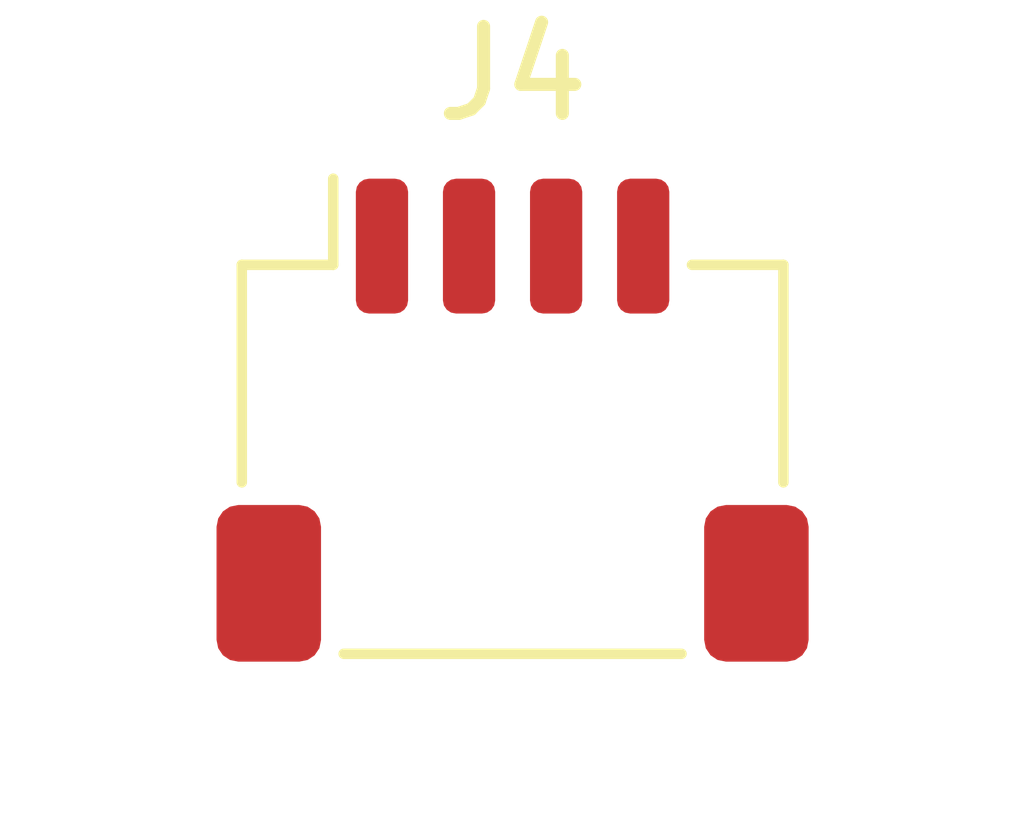
<source format=kicad_pcb>
(kicad_pcb (version 20211014) (generator pcbnew)
  (layers (0 "F.Cu" signal) (31 "B.Cu" signal) (34 "B.Paste" user) (35 "F.Paste" user) (36 "B.SilkS" user "B.Silkscreen") (37 "F.SilkS" user "F.Silkscreen") (38 "B.Mask" user) (39 "F.Mask" user) (44 "Edge.Cuts" user))
  (net 0 "")
  (net 1 "GND")
  (net 2 "+3V3")
  (net 3 "SDA")
  (net 4 "SCL")
  (footprint "Connector_JST:JST_SH_SM04B-SRSS-TB_1x04-1MP_P1.00mm_Horizontal" (layer "F.Cu") (at 53.34 50.8)
    (fp_text reference "J4" (at 0 -3.98) (layer "F.SilkS"))
    (fp_text value "STEMMA_I2C_QT")
    (fp_line (start -3.11 0.715) (end -3.11 -1.785) (layer "F.SilkS") (width 0.12))
    (fp_line (start 3.11 -1.785) (end 2.06 -1.785) (layer "F.SilkS") (width 0.12))
    (fp_line (start -2.06 -1.785) (end -2.06 -2.775) (layer "F.SilkS") (width 0.12))
    (fp_line (start 3.11 0.715) (end 3.11 -1.785) (layer "F.SilkS") (width 0.12))
    (fp_line (start -3.11 -1.785) (end -2.06 -1.785) (layer "F.SilkS") (width 0.12))
    (fp_line (start -1.94 2.685) (end 1.94 2.685) (layer "F.SilkS") (width 0.12))
    (pad "1" smd roundrect (at -1.5 -2) (size 0.6 1.55) (layers "F.Cu" "F.Paste" "F.Mask") (net 1 "GND"))
    (pad "2" smd roundrect (at -0.5 -2) (size 0.6 1.55) (layers "F.Cu" "F.Paste" "F.Mask") (net 2 "+3V3"))
    (pad "3" smd roundrect (at 0.5 -2) (size 0.6 1.55) (layers "F.Cu" "F.Paste" "F.Mask") (net 3 "SDA"))
    (pad "4" smd roundrect (at 1.5 -2) (size 0.6 1.55) (layers "F.Cu" "F.Paste" "F.Mask") (net 4 "SCL"))
    (pad "MP" smd roundrect (at -2.8 1.875) (size 1.2 1.8) (layers "F.Cu" "F.Paste" "F.Mask") (roundrect_rratio 0.208333))
    (pad "MP" smd roundrect (at 2.8 1.875) (size 1.2 1.8) (layers "F.Cu" "F.Paste" "F.Mask") (roundrect_rratio 0.208333))
  )
)
</source>
